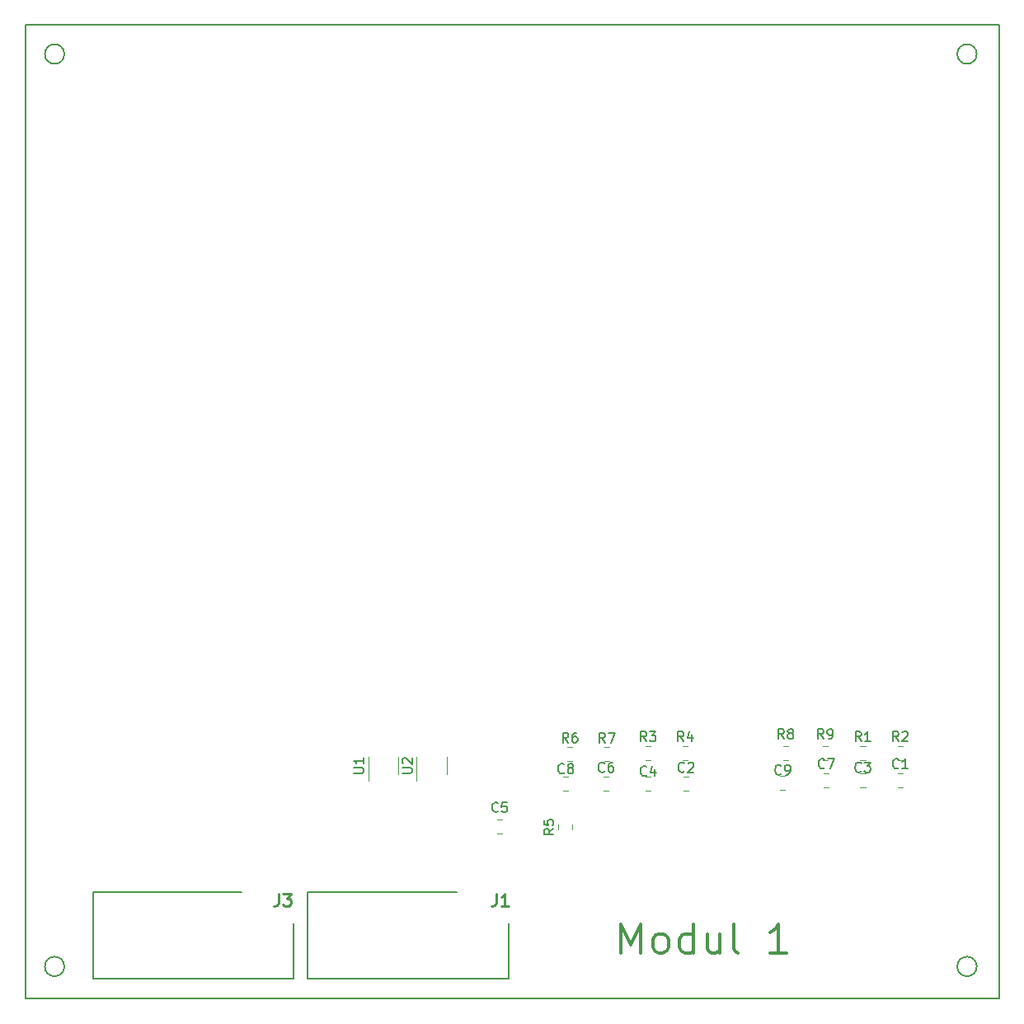
<source format=gbr>
%TF.GenerationSoftware,KiCad,Pcbnew,(5.0.0)*%
%TF.CreationDate,2020-03-23T14:18:08+01:00*%
%TF.ProjectId,Schaltplan_Modul1,536368616C74706C616E5F4D6F64756C,rev?*%
%TF.SameCoordinates,Original*%
%TF.FileFunction,Legend,Top*%
%TF.FilePolarity,Positive*%
%FSLAX46Y46*%
G04 Gerber Fmt 4.6, Leading zero omitted, Abs format (unit mm)*
G04 Created by KiCad (PCBNEW (5.0.0)) date 03/23/20 14:18:08*
%MOMM*%
%LPD*%
G01*
G04 APERTURE LIST*
%ADD10C,0.300000*%
%ADD11C,0.200000*%
%ADD12C,0.120000*%
%ADD13C,0.254000*%
%ADD14C,0.150000*%
G04 APERTURE END LIST*
D10*
X161167428Y-145337142D02*
X161167428Y-142337142D01*
X162167428Y-144480000D01*
X163167428Y-142337142D01*
X163167428Y-145337142D01*
X165024571Y-145337142D02*
X164738857Y-145194285D01*
X164596000Y-145051428D01*
X164453142Y-144765714D01*
X164453142Y-143908571D01*
X164596000Y-143622857D01*
X164738857Y-143480000D01*
X165024571Y-143337142D01*
X165453142Y-143337142D01*
X165738857Y-143480000D01*
X165881714Y-143622857D01*
X166024571Y-143908571D01*
X166024571Y-144765714D01*
X165881714Y-145051428D01*
X165738857Y-145194285D01*
X165453142Y-145337142D01*
X165024571Y-145337142D01*
X168596000Y-145337142D02*
X168596000Y-142337142D01*
X168596000Y-145194285D02*
X168310285Y-145337142D01*
X167738857Y-145337142D01*
X167453142Y-145194285D01*
X167310285Y-145051428D01*
X167167428Y-144765714D01*
X167167428Y-143908571D01*
X167310285Y-143622857D01*
X167453142Y-143480000D01*
X167738857Y-143337142D01*
X168310285Y-143337142D01*
X168596000Y-143480000D01*
X171310285Y-143337142D02*
X171310285Y-145337142D01*
X170024571Y-143337142D02*
X170024571Y-144908571D01*
X170167428Y-145194285D01*
X170453142Y-145337142D01*
X170881714Y-145337142D01*
X171167428Y-145194285D01*
X171310285Y-145051428D01*
X173167428Y-145337142D02*
X172881714Y-145194285D01*
X172738857Y-144908571D01*
X172738857Y-142337142D01*
X178167428Y-145337142D02*
X176453142Y-145337142D01*
X177310285Y-145337142D02*
X177310285Y-142337142D01*
X177024571Y-142765714D01*
X176738857Y-143051428D01*
X176453142Y-143194285D01*
D11*
X197695000Y-146695000D02*
G75*
G03X197695000Y-146695000I-1000000J0D01*
G01*
X197695000Y-53000000D02*
G75*
G03X197695000Y-53000000I-1000000J0D01*
G01*
X104000000Y-53000000D02*
G75*
G03X104000000Y-53000000I-1000000J0D01*
G01*
X104000000Y-146695000D02*
G75*
G03X104000000Y-146695000I-1000000J0D01*
G01*
X100000000Y-150000000D02*
X200000000Y-150000000D01*
X100000000Y-50000000D02*
X100000000Y-150000000D01*
X200000000Y-50000000D02*
X200000000Y-150000000D01*
X100000000Y-50000000D02*
X200000000Y-50000000D01*
%TO.C,J3*%
X122230000Y-139030000D02*
X106940000Y-139030000D01*
X106940000Y-139030000D02*
X106940000Y-147980000D01*
X106940000Y-147980000D02*
X127560000Y-147980000D01*
X127560000Y-147980000D02*
X127560000Y-142310000D01*
%TO.C,J1*%
X144304000Y-139030000D02*
X129014000Y-139030000D01*
X129014000Y-139030000D02*
X129014000Y-147980000D01*
X129014000Y-147980000D02*
X149634000Y-147980000D01*
X149634000Y-147980000D02*
X149634000Y-142310000D01*
D12*
%TO.C,C1*%
X189578922Y-128276000D02*
X190096078Y-128276000D01*
X189578922Y-126856000D02*
X190096078Y-126856000D01*
%TO.C,C2*%
X167576922Y-128654000D02*
X168094078Y-128654000D01*
X167576922Y-127234000D02*
X168094078Y-127234000D01*
%TO.C,C9*%
X178031078Y-127110000D02*
X177513922Y-127110000D01*
X178031078Y-128530000D02*
X177513922Y-128530000D01*
%TO.C,C8*%
X155745078Y-127234000D02*
X155227922Y-127234000D01*
X155745078Y-128654000D02*
X155227922Y-128654000D01*
%TO.C,C7*%
X181958922Y-128276000D02*
X182476078Y-128276000D01*
X181958922Y-126856000D02*
X182476078Y-126856000D01*
%TO.C,C6*%
X159370422Y-128654000D02*
X159887578Y-128654000D01*
X159370422Y-127234000D02*
X159887578Y-127234000D01*
%TO.C,C5*%
X148948078Y-131586000D02*
X148430922Y-131586000D01*
X148948078Y-133006000D02*
X148430922Y-133006000D01*
%TO.C,C4*%
X164205578Y-127234000D02*
X163688422Y-127234000D01*
X164205578Y-128654000D02*
X163688422Y-128654000D01*
%TO.C,C3*%
X186256078Y-126856000D02*
X185738922Y-126856000D01*
X186256078Y-128276000D02*
X185738922Y-128276000D01*
%TO.C,U1*%
X135202000Y-125212000D02*
X135202000Y-127642000D01*
X138272000Y-126972000D02*
X138272000Y-125212000D01*
%TO.C,U2*%
X140186000Y-125212000D02*
X140186000Y-127642000D01*
X143256000Y-126972000D02*
X143256000Y-125212000D01*
%TO.C,R1*%
X185738922Y-125482000D02*
X186256078Y-125482000D01*
X185738922Y-124062000D02*
X186256078Y-124062000D01*
%TO.C,R2*%
X189578922Y-125482000D02*
X190096078Y-125482000D01*
X189578922Y-124062000D02*
X190096078Y-124062000D01*
%TO.C,R3*%
X163688422Y-125479000D02*
X164205578Y-125479000D01*
X163688422Y-124059000D02*
X164205578Y-124059000D01*
%TO.C,R4*%
X167498422Y-125479000D02*
X168015578Y-125479000D01*
X167498422Y-124059000D02*
X168015578Y-124059000D01*
%TO.C,R5*%
X156148000Y-132647578D02*
X156148000Y-132130422D01*
X154728000Y-132647578D02*
X154728000Y-132130422D01*
%TO.C,R6*%
X155669423Y-125606000D02*
X156186579Y-125606000D01*
X155669423Y-124186000D02*
X156186579Y-124186000D01*
%TO.C,R7*%
X159448922Y-125606000D02*
X159966078Y-125606000D01*
X159448922Y-124186000D02*
X159966078Y-124186000D01*
%TO.C,R8*%
X177816422Y-125482000D02*
X178333578Y-125482000D01*
X177816422Y-124062000D02*
X178333578Y-124062000D01*
%TO.C,R9*%
X181880422Y-125482000D02*
X182397578Y-125482000D01*
X181880422Y-124062000D02*
X182397578Y-124062000D01*
%TD*%
%TO.C,J3*%
D13*
X125992666Y-139220523D02*
X125992666Y-140127666D01*
X125932190Y-140309095D01*
X125811238Y-140430047D01*
X125629809Y-140490523D01*
X125508857Y-140490523D01*
X126476476Y-139220523D02*
X127262666Y-139220523D01*
X126839333Y-139704333D01*
X127020761Y-139704333D01*
X127141714Y-139764809D01*
X127202190Y-139825285D01*
X127262666Y-139946238D01*
X127262666Y-140248619D01*
X127202190Y-140369571D01*
X127141714Y-140430047D01*
X127020761Y-140490523D01*
X126657904Y-140490523D01*
X126536952Y-140430047D01*
X126476476Y-140369571D01*
%TO.C,J1*%
X148344666Y-139220523D02*
X148344666Y-140127666D01*
X148284190Y-140309095D01*
X148163238Y-140430047D01*
X147981809Y-140490523D01*
X147860857Y-140490523D01*
X149614666Y-140490523D02*
X148888952Y-140490523D01*
X149251809Y-140490523D02*
X149251809Y-139220523D01*
X149130857Y-139401952D01*
X149009904Y-139522904D01*
X148888952Y-139583380D01*
%TO.C,C1*%
D14*
X189670833Y-126273142D02*
X189623214Y-126320761D01*
X189480357Y-126368380D01*
X189385119Y-126368380D01*
X189242261Y-126320761D01*
X189147023Y-126225523D01*
X189099404Y-126130285D01*
X189051785Y-125939809D01*
X189051785Y-125796952D01*
X189099404Y-125606476D01*
X189147023Y-125511238D01*
X189242261Y-125416000D01*
X189385119Y-125368380D01*
X189480357Y-125368380D01*
X189623214Y-125416000D01*
X189670833Y-125463619D01*
X190623214Y-126368380D02*
X190051785Y-126368380D01*
X190337500Y-126368380D02*
X190337500Y-125368380D01*
X190242261Y-125511238D01*
X190147023Y-125606476D01*
X190051785Y-125654095D01*
%TO.C,C2*%
X167668833Y-126651142D02*
X167621214Y-126698761D01*
X167478357Y-126746380D01*
X167383119Y-126746380D01*
X167240261Y-126698761D01*
X167145023Y-126603523D01*
X167097404Y-126508285D01*
X167049785Y-126317809D01*
X167049785Y-126174952D01*
X167097404Y-125984476D01*
X167145023Y-125889238D01*
X167240261Y-125794000D01*
X167383119Y-125746380D01*
X167478357Y-125746380D01*
X167621214Y-125794000D01*
X167668833Y-125841619D01*
X168049785Y-125841619D02*
X168097404Y-125794000D01*
X168192642Y-125746380D01*
X168430738Y-125746380D01*
X168525976Y-125794000D01*
X168573595Y-125841619D01*
X168621214Y-125936857D01*
X168621214Y-126032095D01*
X168573595Y-126174952D01*
X168002166Y-126746380D01*
X168621214Y-126746380D01*
%TO.C,C9*%
X177605833Y-126907142D02*
X177558214Y-126954761D01*
X177415357Y-127002380D01*
X177320119Y-127002380D01*
X177177261Y-126954761D01*
X177082023Y-126859523D01*
X177034404Y-126764285D01*
X176986785Y-126573809D01*
X176986785Y-126430952D01*
X177034404Y-126240476D01*
X177082023Y-126145238D01*
X177177261Y-126050000D01*
X177320119Y-126002380D01*
X177415357Y-126002380D01*
X177558214Y-126050000D01*
X177605833Y-126097619D01*
X178082023Y-127002380D02*
X178272500Y-127002380D01*
X178367738Y-126954761D01*
X178415357Y-126907142D01*
X178510595Y-126764285D01*
X178558214Y-126573809D01*
X178558214Y-126192857D01*
X178510595Y-126097619D01*
X178462976Y-126050000D01*
X178367738Y-126002380D01*
X178177261Y-126002380D01*
X178082023Y-126050000D01*
X178034404Y-126097619D01*
X177986785Y-126192857D01*
X177986785Y-126430952D01*
X178034404Y-126526190D01*
X178082023Y-126573809D01*
X178177261Y-126621428D01*
X178367738Y-126621428D01*
X178462976Y-126573809D01*
X178510595Y-126526190D01*
X178558214Y-126430952D01*
%TO.C,C8*%
X155319833Y-126777142D02*
X155272214Y-126824761D01*
X155129357Y-126872380D01*
X155034119Y-126872380D01*
X154891261Y-126824761D01*
X154796023Y-126729523D01*
X154748404Y-126634285D01*
X154700785Y-126443809D01*
X154700785Y-126300952D01*
X154748404Y-126110476D01*
X154796023Y-126015238D01*
X154891261Y-125920000D01*
X155034119Y-125872380D01*
X155129357Y-125872380D01*
X155272214Y-125920000D01*
X155319833Y-125967619D01*
X155891261Y-126300952D02*
X155796023Y-126253333D01*
X155748404Y-126205714D01*
X155700785Y-126110476D01*
X155700785Y-126062857D01*
X155748404Y-125967619D01*
X155796023Y-125920000D01*
X155891261Y-125872380D01*
X156081738Y-125872380D01*
X156176976Y-125920000D01*
X156224595Y-125967619D01*
X156272214Y-126062857D01*
X156272214Y-126110476D01*
X156224595Y-126205714D01*
X156176976Y-126253333D01*
X156081738Y-126300952D01*
X155891261Y-126300952D01*
X155796023Y-126348571D01*
X155748404Y-126396190D01*
X155700785Y-126491428D01*
X155700785Y-126681904D01*
X155748404Y-126777142D01*
X155796023Y-126824761D01*
X155891261Y-126872380D01*
X156081738Y-126872380D01*
X156176976Y-126824761D01*
X156224595Y-126777142D01*
X156272214Y-126681904D01*
X156272214Y-126491428D01*
X156224595Y-126396190D01*
X156176976Y-126348571D01*
X156081738Y-126300952D01*
%TO.C,C7*%
X182050833Y-126273142D02*
X182003214Y-126320761D01*
X181860357Y-126368380D01*
X181765119Y-126368380D01*
X181622261Y-126320761D01*
X181527023Y-126225523D01*
X181479404Y-126130285D01*
X181431785Y-125939809D01*
X181431785Y-125796952D01*
X181479404Y-125606476D01*
X181527023Y-125511238D01*
X181622261Y-125416000D01*
X181765119Y-125368380D01*
X181860357Y-125368380D01*
X182003214Y-125416000D01*
X182050833Y-125463619D01*
X182384166Y-125368380D02*
X183050833Y-125368380D01*
X182622261Y-126368380D01*
%TO.C,C6*%
X159462333Y-126651142D02*
X159414714Y-126698761D01*
X159271857Y-126746380D01*
X159176619Y-126746380D01*
X159033761Y-126698761D01*
X158938523Y-126603523D01*
X158890904Y-126508285D01*
X158843285Y-126317809D01*
X158843285Y-126174952D01*
X158890904Y-125984476D01*
X158938523Y-125889238D01*
X159033761Y-125794000D01*
X159176619Y-125746380D01*
X159271857Y-125746380D01*
X159414714Y-125794000D01*
X159462333Y-125841619D01*
X160319476Y-125746380D02*
X160129000Y-125746380D01*
X160033761Y-125794000D01*
X159986142Y-125841619D01*
X159890904Y-125984476D01*
X159843285Y-126174952D01*
X159843285Y-126555904D01*
X159890904Y-126651142D01*
X159938523Y-126698761D01*
X160033761Y-126746380D01*
X160224238Y-126746380D01*
X160319476Y-126698761D01*
X160367095Y-126651142D01*
X160414714Y-126555904D01*
X160414714Y-126317809D01*
X160367095Y-126222571D01*
X160319476Y-126174952D01*
X160224238Y-126127333D01*
X160033761Y-126127333D01*
X159938523Y-126174952D01*
X159890904Y-126222571D01*
X159843285Y-126317809D01*
%TO.C,C5*%
X148522833Y-130748142D02*
X148475214Y-130795761D01*
X148332357Y-130843380D01*
X148237119Y-130843380D01*
X148094261Y-130795761D01*
X147999023Y-130700523D01*
X147951404Y-130605285D01*
X147903785Y-130414809D01*
X147903785Y-130271952D01*
X147951404Y-130081476D01*
X147999023Y-129986238D01*
X148094261Y-129891000D01*
X148237119Y-129843380D01*
X148332357Y-129843380D01*
X148475214Y-129891000D01*
X148522833Y-129938619D01*
X149427595Y-129843380D02*
X148951404Y-129843380D01*
X148903785Y-130319571D01*
X148951404Y-130271952D01*
X149046642Y-130224333D01*
X149284738Y-130224333D01*
X149379976Y-130271952D01*
X149427595Y-130319571D01*
X149475214Y-130414809D01*
X149475214Y-130652904D01*
X149427595Y-130748142D01*
X149379976Y-130795761D01*
X149284738Y-130843380D01*
X149046642Y-130843380D01*
X148951404Y-130795761D01*
X148903785Y-130748142D01*
%TO.C,C4*%
X163780333Y-127031142D02*
X163732714Y-127078761D01*
X163589857Y-127126380D01*
X163494619Y-127126380D01*
X163351761Y-127078761D01*
X163256523Y-126983523D01*
X163208904Y-126888285D01*
X163161285Y-126697809D01*
X163161285Y-126554952D01*
X163208904Y-126364476D01*
X163256523Y-126269238D01*
X163351761Y-126174000D01*
X163494619Y-126126380D01*
X163589857Y-126126380D01*
X163732714Y-126174000D01*
X163780333Y-126221619D01*
X164637476Y-126459714D02*
X164637476Y-127126380D01*
X164399380Y-126078761D02*
X164161285Y-126793047D01*
X164780333Y-126793047D01*
%TO.C,C3*%
X185830833Y-126653142D02*
X185783214Y-126700761D01*
X185640357Y-126748380D01*
X185545119Y-126748380D01*
X185402261Y-126700761D01*
X185307023Y-126605523D01*
X185259404Y-126510285D01*
X185211785Y-126319809D01*
X185211785Y-126176952D01*
X185259404Y-125986476D01*
X185307023Y-125891238D01*
X185402261Y-125796000D01*
X185545119Y-125748380D01*
X185640357Y-125748380D01*
X185783214Y-125796000D01*
X185830833Y-125843619D01*
X186164166Y-125748380D02*
X186783214Y-125748380D01*
X186449880Y-126129333D01*
X186592738Y-126129333D01*
X186687976Y-126176952D01*
X186735595Y-126224571D01*
X186783214Y-126319809D01*
X186783214Y-126557904D01*
X186735595Y-126653142D01*
X186687976Y-126700761D01*
X186592738Y-126748380D01*
X186307023Y-126748380D01*
X186211785Y-126700761D01*
X186164166Y-126653142D01*
%TO.C,U1*%
X133714380Y-126853904D02*
X134523904Y-126853904D01*
X134619142Y-126806285D01*
X134666761Y-126758666D01*
X134714380Y-126663428D01*
X134714380Y-126472952D01*
X134666761Y-126377714D01*
X134619142Y-126330095D01*
X134523904Y-126282476D01*
X133714380Y-126282476D01*
X134714380Y-125282476D02*
X134714380Y-125853904D01*
X134714380Y-125568190D02*
X133714380Y-125568190D01*
X133857238Y-125663428D01*
X133952476Y-125758666D01*
X134000095Y-125853904D01*
%TO.C,U2*%
X138698380Y-126853904D02*
X139507904Y-126853904D01*
X139603142Y-126806285D01*
X139650761Y-126758666D01*
X139698380Y-126663428D01*
X139698380Y-126472952D01*
X139650761Y-126377714D01*
X139603142Y-126330095D01*
X139507904Y-126282476D01*
X138698380Y-126282476D01*
X138793619Y-125853904D02*
X138746000Y-125806285D01*
X138698380Y-125711047D01*
X138698380Y-125472952D01*
X138746000Y-125377714D01*
X138793619Y-125330095D01*
X138888857Y-125282476D01*
X138984095Y-125282476D01*
X139126952Y-125330095D01*
X139698380Y-125901523D01*
X139698380Y-125282476D01*
%TO.C,R1*%
X185830833Y-123574380D02*
X185497500Y-123098190D01*
X185259404Y-123574380D02*
X185259404Y-122574380D01*
X185640357Y-122574380D01*
X185735595Y-122622000D01*
X185783214Y-122669619D01*
X185830833Y-122764857D01*
X185830833Y-122907714D01*
X185783214Y-123002952D01*
X185735595Y-123050571D01*
X185640357Y-123098190D01*
X185259404Y-123098190D01*
X186783214Y-123574380D02*
X186211785Y-123574380D01*
X186497500Y-123574380D02*
X186497500Y-122574380D01*
X186402261Y-122717238D01*
X186307023Y-122812476D01*
X186211785Y-122860095D01*
%TO.C,R2*%
X189670833Y-123574380D02*
X189337500Y-123098190D01*
X189099404Y-123574380D02*
X189099404Y-122574380D01*
X189480357Y-122574380D01*
X189575595Y-122622000D01*
X189623214Y-122669619D01*
X189670833Y-122764857D01*
X189670833Y-122907714D01*
X189623214Y-123002952D01*
X189575595Y-123050571D01*
X189480357Y-123098190D01*
X189099404Y-123098190D01*
X190051785Y-122669619D02*
X190099404Y-122622000D01*
X190194642Y-122574380D01*
X190432738Y-122574380D01*
X190527976Y-122622000D01*
X190575595Y-122669619D01*
X190623214Y-122764857D01*
X190623214Y-122860095D01*
X190575595Y-123002952D01*
X190004166Y-123574380D01*
X190623214Y-123574380D01*
%TO.C,R3*%
X163780333Y-123571380D02*
X163447000Y-123095190D01*
X163208904Y-123571380D02*
X163208904Y-122571380D01*
X163589857Y-122571380D01*
X163685095Y-122619000D01*
X163732714Y-122666619D01*
X163780333Y-122761857D01*
X163780333Y-122904714D01*
X163732714Y-122999952D01*
X163685095Y-123047571D01*
X163589857Y-123095190D01*
X163208904Y-123095190D01*
X164113666Y-122571380D02*
X164732714Y-122571380D01*
X164399380Y-122952333D01*
X164542238Y-122952333D01*
X164637476Y-122999952D01*
X164685095Y-123047571D01*
X164732714Y-123142809D01*
X164732714Y-123380904D01*
X164685095Y-123476142D01*
X164637476Y-123523761D01*
X164542238Y-123571380D01*
X164256523Y-123571380D01*
X164161285Y-123523761D01*
X164113666Y-123476142D01*
%TO.C,R4*%
X167590333Y-123571380D02*
X167257000Y-123095190D01*
X167018904Y-123571380D02*
X167018904Y-122571380D01*
X167399857Y-122571380D01*
X167495095Y-122619000D01*
X167542714Y-122666619D01*
X167590333Y-122761857D01*
X167590333Y-122904714D01*
X167542714Y-122999952D01*
X167495095Y-123047571D01*
X167399857Y-123095190D01*
X167018904Y-123095190D01*
X168447476Y-122904714D02*
X168447476Y-123571380D01*
X168209380Y-122523761D02*
X167971285Y-123238047D01*
X168590333Y-123238047D01*
%TO.C,R5*%
X154240380Y-132555666D02*
X153764190Y-132889000D01*
X154240380Y-133127095D02*
X153240380Y-133127095D01*
X153240380Y-132746142D01*
X153288000Y-132650904D01*
X153335619Y-132603285D01*
X153430857Y-132555666D01*
X153573714Y-132555666D01*
X153668952Y-132603285D01*
X153716571Y-132650904D01*
X153764190Y-132746142D01*
X153764190Y-133127095D01*
X153240380Y-131650904D02*
X153240380Y-132127095D01*
X153716571Y-132174714D01*
X153668952Y-132127095D01*
X153621333Y-132031857D01*
X153621333Y-131793761D01*
X153668952Y-131698523D01*
X153716571Y-131650904D01*
X153811809Y-131603285D01*
X154049904Y-131603285D01*
X154145142Y-131650904D01*
X154192761Y-131698523D01*
X154240380Y-131793761D01*
X154240380Y-132031857D01*
X154192761Y-132127095D01*
X154145142Y-132174714D01*
%TO.C,R6*%
X155761334Y-123698380D02*
X155428001Y-123222190D01*
X155189905Y-123698380D02*
X155189905Y-122698380D01*
X155570858Y-122698380D01*
X155666096Y-122746000D01*
X155713715Y-122793619D01*
X155761334Y-122888857D01*
X155761334Y-123031714D01*
X155713715Y-123126952D01*
X155666096Y-123174571D01*
X155570858Y-123222190D01*
X155189905Y-123222190D01*
X156618477Y-122698380D02*
X156428001Y-122698380D01*
X156332762Y-122746000D01*
X156285143Y-122793619D01*
X156189905Y-122936476D01*
X156142286Y-123126952D01*
X156142286Y-123507904D01*
X156189905Y-123603142D01*
X156237524Y-123650761D01*
X156332762Y-123698380D01*
X156523239Y-123698380D01*
X156618477Y-123650761D01*
X156666096Y-123603142D01*
X156713715Y-123507904D01*
X156713715Y-123269809D01*
X156666096Y-123174571D01*
X156618477Y-123126952D01*
X156523239Y-123079333D01*
X156332762Y-123079333D01*
X156237524Y-123126952D01*
X156189905Y-123174571D01*
X156142286Y-123269809D01*
%TO.C,R7*%
X159540833Y-123698380D02*
X159207500Y-123222190D01*
X158969404Y-123698380D02*
X158969404Y-122698380D01*
X159350357Y-122698380D01*
X159445595Y-122746000D01*
X159493214Y-122793619D01*
X159540833Y-122888857D01*
X159540833Y-123031714D01*
X159493214Y-123126952D01*
X159445595Y-123174571D01*
X159350357Y-123222190D01*
X158969404Y-123222190D01*
X159874166Y-122698380D02*
X160540833Y-122698380D01*
X160112261Y-123698380D01*
%TO.C,R8*%
X177908333Y-123319380D02*
X177575000Y-122843190D01*
X177336904Y-123319380D02*
X177336904Y-122319380D01*
X177717857Y-122319380D01*
X177813095Y-122367000D01*
X177860714Y-122414619D01*
X177908333Y-122509857D01*
X177908333Y-122652714D01*
X177860714Y-122747952D01*
X177813095Y-122795571D01*
X177717857Y-122843190D01*
X177336904Y-122843190D01*
X178479761Y-122747952D02*
X178384523Y-122700333D01*
X178336904Y-122652714D01*
X178289285Y-122557476D01*
X178289285Y-122509857D01*
X178336904Y-122414619D01*
X178384523Y-122367000D01*
X178479761Y-122319380D01*
X178670238Y-122319380D01*
X178765476Y-122367000D01*
X178813095Y-122414619D01*
X178860714Y-122509857D01*
X178860714Y-122557476D01*
X178813095Y-122652714D01*
X178765476Y-122700333D01*
X178670238Y-122747952D01*
X178479761Y-122747952D01*
X178384523Y-122795571D01*
X178336904Y-122843190D01*
X178289285Y-122938428D01*
X178289285Y-123128904D01*
X178336904Y-123224142D01*
X178384523Y-123271761D01*
X178479761Y-123319380D01*
X178670238Y-123319380D01*
X178765476Y-123271761D01*
X178813095Y-123224142D01*
X178860714Y-123128904D01*
X178860714Y-122938428D01*
X178813095Y-122843190D01*
X178765476Y-122795571D01*
X178670238Y-122747952D01*
%TO.C,R9*%
X181972333Y-123319380D02*
X181639000Y-122843190D01*
X181400904Y-123319380D02*
X181400904Y-122319380D01*
X181781857Y-122319380D01*
X181877095Y-122367000D01*
X181924714Y-122414619D01*
X181972333Y-122509857D01*
X181972333Y-122652714D01*
X181924714Y-122747952D01*
X181877095Y-122795571D01*
X181781857Y-122843190D01*
X181400904Y-122843190D01*
X182448523Y-123319380D02*
X182639000Y-123319380D01*
X182734238Y-123271761D01*
X182781857Y-123224142D01*
X182877095Y-123081285D01*
X182924714Y-122890809D01*
X182924714Y-122509857D01*
X182877095Y-122414619D01*
X182829476Y-122367000D01*
X182734238Y-122319380D01*
X182543761Y-122319380D01*
X182448523Y-122367000D01*
X182400904Y-122414619D01*
X182353285Y-122509857D01*
X182353285Y-122747952D01*
X182400904Y-122843190D01*
X182448523Y-122890809D01*
X182543761Y-122938428D01*
X182734238Y-122938428D01*
X182829476Y-122890809D01*
X182877095Y-122843190D01*
X182924714Y-122747952D01*
%TD*%
M02*

</source>
